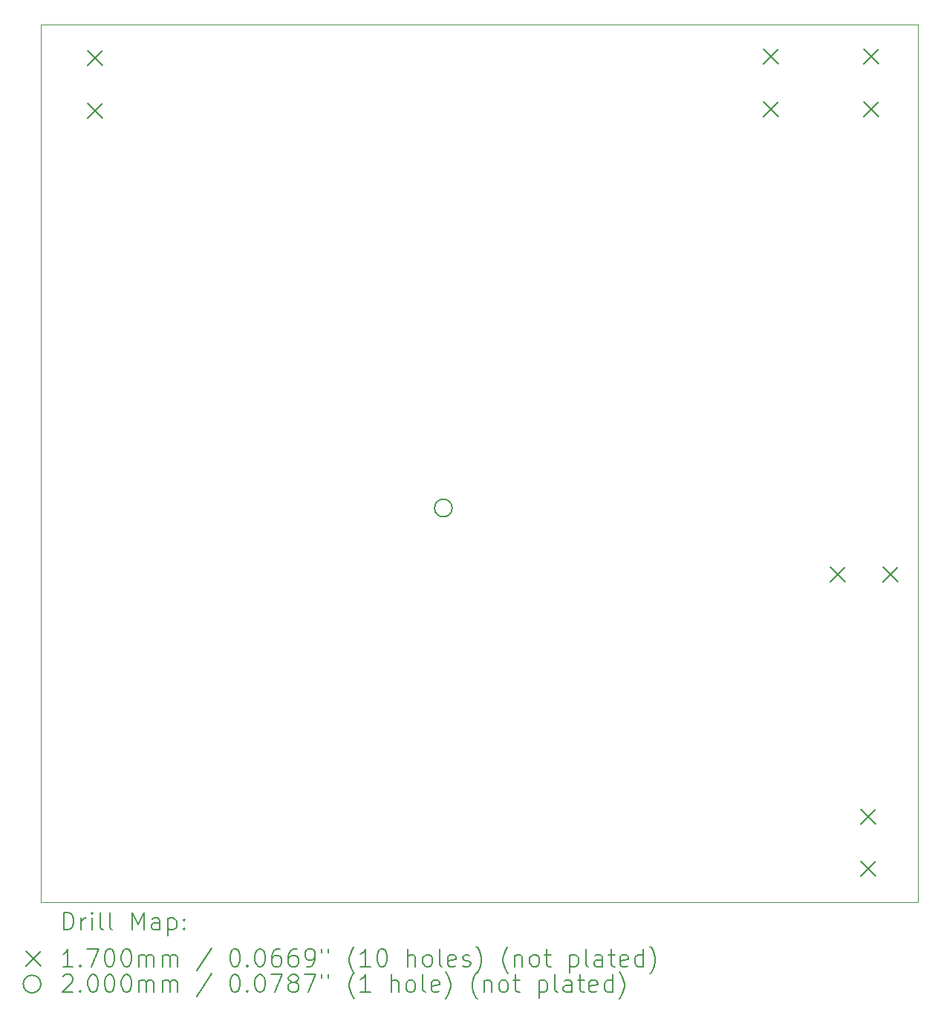
<source format=gbr>
%TF.GenerationSoftware,KiCad,Pcbnew,8.0.4+dfsg-1*%
%TF.CreationDate,2025-02-20T19:37:02-08:00*%
%TF.ProjectId,Audio_in_usd_sound_rp_pico,41756469-6f5f-4696-9e5f-7573645f736f,v0.3.0*%
%TF.SameCoordinates,Original*%
%TF.FileFunction,Drillmap*%
%TF.FilePolarity,Positive*%
%FSLAX45Y45*%
G04 Gerber Fmt 4.5, Leading zero omitted, Abs format (unit mm)*
G04 Created by KiCad (PCBNEW 8.0.4+dfsg-1) date 2025-02-20 19:37:02*
%MOMM*%
%LPD*%
G01*
G04 APERTURE LIST*
%ADD10C,0.050000*%
%ADD11C,0.200000*%
%ADD12C,0.170000*%
G04 APERTURE END LIST*
D10*
X8775000Y-4759500D02*
X18775000Y-4759500D01*
X18775000Y-14759500D01*
X8775000Y-14759500D01*
X8775000Y-4759500D01*
D11*
D12*
X9305000Y-5059500D02*
X9475000Y-5229500D01*
X9475000Y-5059500D02*
X9305000Y-5229500D01*
X9305000Y-5659500D02*
X9475000Y-5829500D01*
X9475000Y-5659500D02*
X9305000Y-5829500D01*
X17011000Y-5042500D02*
X17181000Y-5212500D01*
X17181000Y-5042500D02*
X17011000Y-5212500D01*
X17011000Y-5642500D02*
X17181000Y-5812500D01*
X17181000Y-5642500D02*
X17011000Y-5812500D01*
X17774000Y-10939500D02*
X17944000Y-11109500D01*
X17944000Y-10939500D02*
X17774000Y-11109500D01*
X18123000Y-13696500D02*
X18293000Y-13866500D01*
X18293000Y-13696500D02*
X18123000Y-13866500D01*
X18123000Y-14296500D02*
X18293000Y-14466500D01*
X18293000Y-14296500D02*
X18123000Y-14466500D01*
X18155000Y-5042500D02*
X18325000Y-5212500D01*
X18325000Y-5042500D02*
X18155000Y-5212500D01*
X18155000Y-5642500D02*
X18325000Y-5812500D01*
X18325000Y-5642500D02*
X18155000Y-5812500D01*
X18374000Y-10939500D02*
X18544000Y-11109500D01*
X18544000Y-10939500D02*
X18374000Y-11109500D01*
D11*
X13461000Y-10268500D02*
G75*
G02*
X13261000Y-10268500I-100000J0D01*
G01*
X13261000Y-10268500D02*
G75*
G02*
X13461000Y-10268500I100000J0D01*
G01*
X9033277Y-15073484D02*
X9033277Y-14873484D01*
X9033277Y-14873484D02*
X9080896Y-14873484D01*
X9080896Y-14873484D02*
X9109467Y-14883008D01*
X9109467Y-14883008D02*
X9128515Y-14902055D01*
X9128515Y-14902055D02*
X9138039Y-14921103D01*
X9138039Y-14921103D02*
X9147563Y-14959198D01*
X9147563Y-14959198D02*
X9147563Y-14987769D01*
X9147563Y-14987769D02*
X9138039Y-15025865D01*
X9138039Y-15025865D02*
X9128515Y-15044912D01*
X9128515Y-15044912D02*
X9109467Y-15063960D01*
X9109467Y-15063960D02*
X9080896Y-15073484D01*
X9080896Y-15073484D02*
X9033277Y-15073484D01*
X9233277Y-15073484D02*
X9233277Y-14940150D01*
X9233277Y-14978246D02*
X9242801Y-14959198D01*
X9242801Y-14959198D02*
X9252324Y-14949674D01*
X9252324Y-14949674D02*
X9271372Y-14940150D01*
X9271372Y-14940150D02*
X9290420Y-14940150D01*
X9357086Y-15073484D02*
X9357086Y-14940150D01*
X9357086Y-14873484D02*
X9347563Y-14883008D01*
X9347563Y-14883008D02*
X9357086Y-14892531D01*
X9357086Y-14892531D02*
X9366610Y-14883008D01*
X9366610Y-14883008D02*
X9357086Y-14873484D01*
X9357086Y-14873484D02*
X9357086Y-14892531D01*
X9480896Y-15073484D02*
X9461848Y-15063960D01*
X9461848Y-15063960D02*
X9452324Y-15044912D01*
X9452324Y-15044912D02*
X9452324Y-14873484D01*
X9585658Y-15073484D02*
X9566610Y-15063960D01*
X9566610Y-15063960D02*
X9557086Y-15044912D01*
X9557086Y-15044912D02*
X9557086Y-14873484D01*
X9814229Y-15073484D02*
X9814229Y-14873484D01*
X9814229Y-14873484D02*
X9880896Y-15016341D01*
X9880896Y-15016341D02*
X9947563Y-14873484D01*
X9947563Y-14873484D02*
X9947563Y-15073484D01*
X10128515Y-15073484D02*
X10128515Y-14968722D01*
X10128515Y-14968722D02*
X10118991Y-14949674D01*
X10118991Y-14949674D02*
X10099944Y-14940150D01*
X10099944Y-14940150D02*
X10061848Y-14940150D01*
X10061848Y-14940150D02*
X10042801Y-14949674D01*
X10128515Y-15063960D02*
X10109467Y-15073484D01*
X10109467Y-15073484D02*
X10061848Y-15073484D01*
X10061848Y-15073484D02*
X10042801Y-15063960D01*
X10042801Y-15063960D02*
X10033277Y-15044912D01*
X10033277Y-15044912D02*
X10033277Y-15025865D01*
X10033277Y-15025865D02*
X10042801Y-15006817D01*
X10042801Y-15006817D02*
X10061848Y-14997293D01*
X10061848Y-14997293D02*
X10109467Y-14997293D01*
X10109467Y-14997293D02*
X10128515Y-14987769D01*
X10223753Y-14940150D02*
X10223753Y-15140150D01*
X10223753Y-14949674D02*
X10242801Y-14940150D01*
X10242801Y-14940150D02*
X10280896Y-14940150D01*
X10280896Y-14940150D02*
X10299944Y-14949674D01*
X10299944Y-14949674D02*
X10309467Y-14959198D01*
X10309467Y-14959198D02*
X10318991Y-14978246D01*
X10318991Y-14978246D02*
X10318991Y-15035388D01*
X10318991Y-15035388D02*
X10309467Y-15054436D01*
X10309467Y-15054436D02*
X10299944Y-15063960D01*
X10299944Y-15063960D02*
X10280896Y-15073484D01*
X10280896Y-15073484D02*
X10242801Y-15073484D01*
X10242801Y-15073484D02*
X10223753Y-15063960D01*
X10404705Y-15054436D02*
X10414229Y-15063960D01*
X10414229Y-15063960D02*
X10404705Y-15073484D01*
X10404705Y-15073484D02*
X10395182Y-15063960D01*
X10395182Y-15063960D02*
X10404705Y-15054436D01*
X10404705Y-15054436D02*
X10404705Y-15073484D01*
X10404705Y-14949674D02*
X10414229Y-14959198D01*
X10414229Y-14959198D02*
X10404705Y-14968722D01*
X10404705Y-14968722D02*
X10395182Y-14959198D01*
X10395182Y-14959198D02*
X10404705Y-14949674D01*
X10404705Y-14949674D02*
X10404705Y-14968722D01*
D12*
X8602500Y-15317000D02*
X8772500Y-15487000D01*
X8772500Y-15317000D02*
X8602500Y-15487000D01*
D11*
X9138039Y-15493484D02*
X9023753Y-15493484D01*
X9080896Y-15493484D02*
X9080896Y-15293484D01*
X9080896Y-15293484D02*
X9061848Y-15322055D01*
X9061848Y-15322055D02*
X9042801Y-15341103D01*
X9042801Y-15341103D02*
X9023753Y-15350627D01*
X9223753Y-15474436D02*
X9233277Y-15483960D01*
X9233277Y-15483960D02*
X9223753Y-15493484D01*
X9223753Y-15493484D02*
X9214229Y-15483960D01*
X9214229Y-15483960D02*
X9223753Y-15474436D01*
X9223753Y-15474436D02*
X9223753Y-15493484D01*
X9299944Y-15293484D02*
X9433277Y-15293484D01*
X9433277Y-15293484D02*
X9347563Y-15493484D01*
X9547563Y-15293484D02*
X9566610Y-15293484D01*
X9566610Y-15293484D02*
X9585658Y-15303008D01*
X9585658Y-15303008D02*
X9595182Y-15312531D01*
X9595182Y-15312531D02*
X9604705Y-15331579D01*
X9604705Y-15331579D02*
X9614229Y-15369674D01*
X9614229Y-15369674D02*
X9614229Y-15417293D01*
X9614229Y-15417293D02*
X9604705Y-15455388D01*
X9604705Y-15455388D02*
X9595182Y-15474436D01*
X9595182Y-15474436D02*
X9585658Y-15483960D01*
X9585658Y-15483960D02*
X9566610Y-15493484D01*
X9566610Y-15493484D02*
X9547563Y-15493484D01*
X9547563Y-15493484D02*
X9528515Y-15483960D01*
X9528515Y-15483960D02*
X9518991Y-15474436D01*
X9518991Y-15474436D02*
X9509467Y-15455388D01*
X9509467Y-15455388D02*
X9499944Y-15417293D01*
X9499944Y-15417293D02*
X9499944Y-15369674D01*
X9499944Y-15369674D02*
X9509467Y-15331579D01*
X9509467Y-15331579D02*
X9518991Y-15312531D01*
X9518991Y-15312531D02*
X9528515Y-15303008D01*
X9528515Y-15303008D02*
X9547563Y-15293484D01*
X9738039Y-15293484D02*
X9757086Y-15293484D01*
X9757086Y-15293484D02*
X9776134Y-15303008D01*
X9776134Y-15303008D02*
X9785658Y-15312531D01*
X9785658Y-15312531D02*
X9795182Y-15331579D01*
X9795182Y-15331579D02*
X9804705Y-15369674D01*
X9804705Y-15369674D02*
X9804705Y-15417293D01*
X9804705Y-15417293D02*
X9795182Y-15455388D01*
X9795182Y-15455388D02*
X9785658Y-15474436D01*
X9785658Y-15474436D02*
X9776134Y-15483960D01*
X9776134Y-15483960D02*
X9757086Y-15493484D01*
X9757086Y-15493484D02*
X9738039Y-15493484D01*
X9738039Y-15493484D02*
X9718991Y-15483960D01*
X9718991Y-15483960D02*
X9709467Y-15474436D01*
X9709467Y-15474436D02*
X9699944Y-15455388D01*
X9699944Y-15455388D02*
X9690420Y-15417293D01*
X9690420Y-15417293D02*
X9690420Y-15369674D01*
X9690420Y-15369674D02*
X9699944Y-15331579D01*
X9699944Y-15331579D02*
X9709467Y-15312531D01*
X9709467Y-15312531D02*
X9718991Y-15303008D01*
X9718991Y-15303008D02*
X9738039Y-15293484D01*
X9890420Y-15493484D02*
X9890420Y-15360150D01*
X9890420Y-15379198D02*
X9899944Y-15369674D01*
X9899944Y-15369674D02*
X9918991Y-15360150D01*
X9918991Y-15360150D02*
X9947563Y-15360150D01*
X9947563Y-15360150D02*
X9966610Y-15369674D01*
X9966610Y-15369674D02*
X9976134Y-15388722D01*
X9976134Y-15388722D02*
X9976134Y-15493484D01*
X9976134Y-15388722D02*
X9985658Y-15369674D01*
X9985658Y-15369674D02*
X10004705Y-15360150D01*
X10004705Y-15360150D02*
X10033277Y-15360150D01*
X10033277Y-15360150D02*
X10052325Y-15369674D01*
X10052325Y-15369674D02*
X10061848Y-15388722D01*
X10061848Y-15388722D02*
X10061848Y-15493484D01*
X10157086Y-15493484D02*
X10157086Y-15360150D01*
X10157086Y-15379198D02*
X10166610Y-15369674D01*
X10166610Y-15369674D02*
X10185658Y-15360150D01*
X10185658Y-15360150D02*
X10214229Y-15360150D01*
X10214229Y-15360150D02*
X10233277Y-15369674D01*
X10233277Y-15369674D02*
X10242801Y-15388722D01*
X10242801Y-15388722D02*
X10242801Y-15493484D01*
X10242801Y-15388722D02*
X10252325Y-15369674D01*
X10252325Y-15369674D02*
X10271372Y-15360150D01*
X10271372Y-15360150D02*
X10299944Y-15360150D01*
X10299944Y-15360150D02*
X10318991Y-15369674D01*
X10318991Y-15369674D02*
X10328515Y-15388722D01*
X10328515Y-15388722D02*
X10328515Y-15493484D01*
X10718991Y-15283960D02*
X10547563Y-15541103D01*
X10976134Y-15293484D02*
X10995182Y-15293484D01*
X10995182Y-15293484D02*
X11014229Y-15303008D01*
X11014229Y-15303008D02*
X11023753Y-15312531D01*
X11023753Y-15312531D02*
X11033277Y-15331579D01*
X11033277Y-15331579D02*
X11042801Y-15369674D01*
X11042801Y-15369674D02*
X11042801Y-15417293D01*
X11042801Y-15417293D02*
X11033277Y-15455388D01*
X11033277Y-15455388D02*
X11023753Y-15474436D01*
X11023753Y-15474436D02*
X11014229Y-15483960D01*
X11014229Y-15483960D02*
X10995182Y-15493484D01*
X10995182Y-15493484D02*
X10976134Y-15493484D01*
X10976134Y-15493484D02*
X10957087Y-15483960D01*
X10957087Y-15483960D02*
X10947563Y-15474436D01*
X10947563Y-15474436D02*
X10938039Y-15455388D01*
X10938039Y-15455388D02*
X10928515Y-15417293D01*
X10928515Y-15417293D02*
X10928515Y-15369674D01*
X10928515Y-15369674D02*
X10938039Y-15331579D01*
X10938039Y-15331579D02*
X10947563Y-15312531D01*
X10947563Y-15312531D02*
X10957087Y-15303008D01*
X10957087Y-15303008D02*
X10976134Y-15293484D01*
X11128515Y-15474436D02*
X11138039Y-15483960D01*
X11138039Y-15483960D02*
X11128515Y-15493484D01*
X11128515Y-15493484D02*
X11118991Y-15483960D01*
X11118991Y-15483960D02*
X11128515Y-15474436D01*
X11128515Y-15474436D02*
X11128515Y-15493484D01*
X11261848Y-15293484D02*
X11280896Y-15293484D01*
X11280896Y-15293484D02*
X11299944Y-15303008D01*
X11299944Y-15303008D02*
X11309467Y-15312531D01*
X11309467Y-15312531D02*
X11318991Y-15331579D01*
X11318991Y-15331579D02*
X11328515Y-15369674D01*
X11328515Y-15369674D02*
X11328515Y-15417293D01*
X11328515Y-15417293D02*
X11318991Y-15455388D01*
X11318991Y-15455388D02*
X11309467Y-15474436D01*
X11309467Y-15474436D02*
X11299944Y-15483960D01*
X11299944Y-15483960D02*
X11280896Y-15493484D01*
X11280896Y-15493484D02*
X11261848Y-15493484D01*
X11261848Y-15493484D02*
X11242801Y-15483960D01*
X11242801Y-15483960D02*
X11233277Y-15474436D01*
X11233277Y-15474436D02*
X11223753Y-15455388D01*
X11223753Y-15455388D02*
X11214229Y-15417293D01*
X11214229Y-15417293D02*
X11214229Y-15369674D01*
X11214229Y-15369674D02*
X11223753Y-15331579D01*
X11223753Y-15331579D02*
X11233277Y-15312531D01*
X11233277Y-15312531D02*
X11242801Y-15303008D01*
X11242801Y-15303008D02*
X11261848Y-15293484D01*
X11499944Y-15293484D02*
X11461848Y-15293484D01*
X11461848Y-15293484D02*
X11442801Y-15303008D01*
X11442801Y-15303008D02*
X11433277Y-15312531D01*
X11433277Y-15312531D02*
X11414229Y-15341103D01*
X11414229Y-15341103D02*
X11404706Y-15379198D01*
X11404706Y-15379198D02*
X11404706Y-15455388D01*
X11404706Y-15455388D02*
X11414229Y-15474436D01*
X11414229Y-15474436D02*
X11423753Y-15483960D01*
X11423753Y-15483960D02*
X11442801Y-15493484D01*
X11442801Y-15493484D02*
X11480896Y-15493484D01*
X11480896Y-15493484D02*
X11499944Y-15483960D01*
X11499944Y-15483960D02*
X11509467Y-15474436D01*
X11509467Y-15474436D02*
X11518991Y-15455388D01*
X11518991Y-15455388D02*
X11518991Y-15407769D01*
X11518991Y-15407769D02*
X11509467Y-15388722D01*
X11509467Y-15388722D02*
X11499944Y-15379198D01*
X11499944Y-15379198D02*
X11480896Y-15369674D01*
X11480896Y-15369674D02*
X11442801Y-15369674D01*
X11442801Y-15369674D02*
X11423753Y-15379198D01*
X11423753Y-15379198D02*
X11414229Y-15388722D01*
X11414229Y-15388722D02*
X11404706Y-15407769D01*
X11690420Y-15293484D02*
X11652325Y-15293484D01*
X11652325Y-15293484D02*
X11633277Y-15303008D01*
X11633277Y-15303008D02*
X11623753Y-15312531D01*
X11623753Y-15312531D02*
X11604706Y-15341103D01*
X11604706Y-15341103D02*
X11595182Y-15379198D01*
X11595182Y-15379198D02*
X11595182Y-15455388D01*
X11595182Y-15455388D02*
X11604706Y-15474436D01*
X11604706Y-15474436D02*
X11614229Y-15483960D01*
X11614229Y-15483960D02*
X11633277Y-15493484D01*
X11633277Y-15493484D02*
X11671372Y-15493484D01*
X11671372Y-15493484D02*
X11690420Y-15483960D01*
X11690420Y-15483960D02*
X11699944Y-15474436D01*
X11699944Y-15474436D02*
X11709467Y-15455388D01*
X11709467Y-15455388D02*
X11709467Y-15407769D01*
X11709467Y-15407769D02*
X11699944Y-15388722D01*
X11699944Y-15388722D02*
X11690420Y-15379198D01*
X11690420Y-15379198D02*
X11671372Y-15369674D01*
X11671372Y-15369674D02*
X11633277Y-15369674D01*
X11633277Y-15369674D02*
X11614229Y-15379198D01*
X11614229Y-15379198D02*
X11604706Y-15388722D01*
X11604706Y-15388722D02*
X11595182Y-15407769D01*
X11804706Y-15493484D02*
X11842801Y-15493484D01*
X11842801Y-15493484D02*
X11861848Y-15483960D01*
X11861848Y-15483960D02*
X11871372Y-15474436D01*
X11871372Y-15474436D02*
X11890420Y-15445865D01*
X11890420Y-15445865D02*
X11899944Y-15407769D01*
X11899944Y-15407769D02*
X11899944Y-15331579D01*
X11899944Y-15331579D02*
X11890420Y-15312531D01*
X11890420Y-15312531D02*
X11880896Y-15303008D01*
X11880896Y-15303008D02*
X11861848Y-15293484D01*
X11861848Y-15293484D02*
X11823753Y-15293484D01*
X11823753Y-15293484D02*
X11804706Y-15303008D01*
X11804706Y-15303008D02*
X11795182Y-15312531D01*
X11795182Y-15312531D02*
X11785658Y-15331579D01*
X11785658Y-15331579D02*
X11785658Y-15379198D01*
X11785658Y-15379198D02*
X11795182Y-15398246D01*
X11795182Y-15398246D02*
X11804706Y-15407769D01*
X11804706Y-15407769D02*
X11823753Y-15417293D01*
X11823753Y-15417293D02*
X11861848Y-15417293D01*
X11861848Y-15417293D02*
X11880896Y-15407769D01*
X11880896Y-15407769D02*
X11890420Y-15398246D01*
X11890420Y-15398246D02*
X11899944Y-15379198D01*
X11976134Y-15293484D02*
X11976134Y-15331579D01*
X12052325Y-15293484D02*
X12052325Y-15331579D01*
X12347563Y-15569674D02*
X12338039Y-15560150D01*
X12338039Y-15560150D02*
X12318991Y-15531579D01*
X12318991Y-15531579D02*
X12309468Y-15512531D01*
X12309468Y-15512531D02*
X12299944Y-15483960D01*
X12299944Y-15483960D02*
X12290420Y-15436341D01*
X12290420Y-15436341D02*
X12290420Y-15398246D01*
X12290420Y-15398246D02*
X12299944Y-15350627D01*
X12299944Y-15350627D02*
X12309468Y-15322055D01*
X12309468Y-15322055D02*
X12318991Y-15303008D01*
X12318991Y-15303008D02*
X12338039Y-15274436D01*
X12338039Y-15274436D02*
X12347563Y-15264912D01*
X12528515Y-15493484D02*
X12414229Y-15493484D01*
X12471372Y-15493484D02*
X12471372Y-15293484D01*
X12471372Y-15293484D02*
X12452325Y-15322055D01*
X12452325Y-15322055D02*
X12433277Y-15341103D01*
X12433277Y-15341103D02*
X12414229Y-15350627D01*
X12652325Y-15293484D02*
X12671372Y-15293484D01*
X12671372Y-15293484D02*
X12690420Y-15303008D01*
X12690420Y-15303008D02*
X12699944Y-15312531D01*
X12699944Y-15312531D02*
X12709468Y-15331579D01*
X12709468Y-15331579D02*
X12718991Y-15369674D01*
X12718991Y-15369674D02*
X12718991Y-15417293D01*
X12718991Y-15417293D02*
X12709468Y-15455388D01*
X12709468Y-15455388D02*
X12699944Y-15474436D01*
X12699944Y-15474436D02*
X12690420Y-15483960D01*
X12690420Y-15483960D02*
X12671372Y-15493484D01*
X12671372Y-15493484D02*
X12652325Y-15493484D01*
X12652325Y-15493484D02*
X12633277Y-15483960D01*
X12633277Y-15483960D02*
X12623753Y-15474436D01*
X12623753Y-15474436D02*
X12614229Y-15455388D01*
X12614229Y-15455388D02*
X12604706Y-15417293D01*
X12604706Y-15417293D02*
X12604706Y-15369674D01*
X12604706Y-15369674D02*
X12614229Y-15331579D01*
X12614229Y-15331579D02*
X12623753Y-15312531D01*
X12623753Y-15312531D02*
X12633277Y-15303008D01*
X12633277Y-15303008D02*
X12652325Y-15293484D01*
X12957087Y-15493484D02*
X12957087Y-15293484D01*
X13042801Y-15493484D02*
X13042801Y-15388722D01*
X13042801Y-15388722D02*
X13033277Y-15369674D01*
X13033277Y-15369674D02*
X13014230Y-15360150D01*
X13014230Y-15360150D02*
X12985658Y-15360150D01*
X12985658Y-15360150D02*
X12966610Y-15369674D01*
X12966610Y-15369674D02*
X12957087Y-15379198D01*
X13166610Y-15493484D02*
X13147563Y-15483960D01*
X13147563Y-15483960D02*
X13138039Y-15474436D01*
X13138039Y-15474436D02*
X13128515Y-15455388D01*
X13128515Y-15455388D02*
X13128515Y-15398246D01*
X13128515Y-15398246D02*
X13138039Y-15379198D01*
X13138039Y-15379198D02*
X13147563Y-15369674D01*
X13147563Y-15369674D02*
X13166610Y-15360150D01*
X13166610Y-15360150D02*
X13195182Y-15360150D01*
X13195182Y-15360150D02*
X13214230Y-15369674D01*
X13214230Y-15369674D02*
X13223753Y-15379198D01*
X13223753Y-15379198D02*
X13233277Y-15398246D01*
X13233277Y-15398246D02*
X13233277Y-15455388D01*
X13233277Y-15455388D02*
X13223753Y-15474436D01*
X13223753Y-15474436D02*
X13214230Y-15483960D01*
X13214230Y-15483960D02*
X13195182Y-15493484D01*
X13195182Y-15493484D02*
X13166610Y-15493484D01*
X13347563Y-15493484D02*
X13328515Y-15483960D01*
X13328515Y-15483960D02*
X13318991Y-15464912D01*
X13318991Y-15464912D02*
X13318991Y-15293484D01*
X13499944Y-15483960D02*
X13480896Y-15493484D01*
X13480896Y-15493484D02*
X13442801Y-15493484D01*
X13442801Y-15493484D02*
X13423753Y-15483960D01*
X13423753Y-15483960D02*
X13414230Y-15464912D01*
X13414230Y-15464912D02*
X13414230Y-15388722D01*
X13414230Y-15388722D02*
X13423753Y-15369674D01*
X13423753Y-15369674D02*
X13442801Y-15360150D01*
X13442801Y-15360150D02*
X13480896Y-15360150D01*
X13480896Y-15360150D02*
X13499944Y-15369674D01*
X13499944Y-15369674D02*
X13509468Y-15388722D01*
X13509468Y-15388722D02*
X13509468Y-15407769D01*
X13509468Y-15407769D02*
X13414230Y-15426817D01*
X13585658Y-15483960D02*
X13604706Y-15493484D01*
X13604706Y-15493484D02*
X13642801Y-15493484D01*
X13642801Y-15493484D02*
X13661849Y-15483960D01*
X13661849Y-15483960D02*
X13671372Y-15464912D01*
X13671372Y-15464912D02*
X13671372Y-15455388D01*
X13671372Y-15455388D02*
X13661849Y-15436341D01*
X13661849Y-15436341D02*
X13642801Y-15426817D01*
X13642801Y-15426817D02*
X13614230Y-15426817D01*
X13614230Y-15426817D02*
X13595182Y-15417293D01*
X13595182Y-15417293D02*
X13585658Y-15398246D01*
X13585658Y-15398246D02*
X13585658Y-15388722D01*
X13585658Y-15388722D02*
X13595182Y-15369674D01*
X13595182Y-15369674D02*
X13614230Y-15360150D01*
X13614230Y-15360150D02*
X13642801Y-15360150D01*
X13642801Y-15360150D02*
X13661849Y-15369674D01*
X13738039Y-15569674D02*
X13747563Y-15560150D01*
X13747563Y-15560150D02*
X13766611Y-15531579D01*
X13766611Y-15531579D02*
X13776134Y-15512531D01*
X13776134Y-15512531D02*
X13785658Y-15483960D01*
X13785658Y-15483960D02*
X13795182Y-15436341D01*
X13795182Y-15436341D02*
X13795182Y-15398246D01*
X13795182Y-15398246D02*
X13785658Y-15350627D01*
X13785658Y-15350627D02*
X13776134Y-15322055D01*
X13776134Y-15322055D02*
X13766611Y-15303008D01*
X13766611Y-15303008D02*
X13747563Y-15274436D01*
X13747563Y-15274436D02*
X13738039Y-15264912D01*
X14099944Y-15569674D02*
X14090420Y-15560150D01*
X14090420Y-15560150D02*
X14071372Y-15531579D01*
X14071372Y-15531579D02*
X14061849Y-15512531D01*
X14061849Y-15512531D02*
X14052325Y-15483960D01*
X14052325Y-15483960D02*
X14042801Y-15436341D01*
X14042801Y-15436341D02*
X14042801Y-15398246D01*
X14042801Y-15398246D02*
X14052325Y-15350627D01*
X14052325Y-15350627D02*
X14061849Y-15322055D01*
X14061849Y-15322055D02*
X14071372Y-15303008D01*
X14071372Y-15303008D02*
X14090420Y-15274436D01*
X14090420Y-15274436D02*
X14099944Y-15264912D01*
X14176134Y-15360150D02*
X14176134Y-15493484D01*
X14176134Y-15379198D02*
X14185658Y-15369674D01*
X14185658Y-15369674D02*
X14204706Y-15360150D01*
X14204706Y-15360150D02*
X14233277Y-15360150D01*
X14233277Y-15360150D02*
X14252325Y-15369674D01*
X14252325Y-15369674D02*
X14261849Y-15388722D01*
X14261849Y-15388722D02*
X14261849Y-15493484D01*
X14385658Y-15493484D02*
X14366611Y-15483960D01*
X14366611Y-15483960D02*
X14357087Y-15474436D01*
X14357087Y-15474436D02*
X14347563Y-15455388D01*
X14347563Y-15455388D02*
X14347563Y-15398246D01*
X14347563Y-15398246D02*
X14357087Y-15379198D01*
X14357087Y-15379198D02*
X14366611Y-15369674D01*
X14366611Y-15369674D02*
X14385658Y-15360150D01*
X14385658Y-15360150D02*
X14414230Y-15360150D01*
X14414230Y-15360150D02*
X14433277Y-15369674D01*
X14433277Y-15369674D02*
X14442801Y-15379198D01*
X14442801Y-15379198D02*
X14452325Y-15398246D01*
X14452325Y-15398246D02*
X14452325Y-15455388D01*
X14452325Y-15455388D02*
X14442801Y-15474436D01*
X14442801Y-15474436D02*
X14433277Y-15483960D01*
X14433277Y-15483960D02*
X14414230Y-15493484D01*
X14414230Y-15493484D02*
X14385658Y-15493484D01*
X14509468Y-15360150D02*
X14585658Y-15360150D01*
X14538039Y-15293484D02*
X14538039Y-15464912D01*
X14538039Y-15464912D02*
X14547563Y-15483960D01*
X14547563Y-15483960D02*
X14566611Y-15493484D01*
X14566611Y-15493484D02*
X14585658Y-15493484D01*
X14804706Y-15360150D02*
X14804706Y-15560150D01*
X14804706Y-15369674D02*
X14823753Y-15360150D01*
X14823753Y-15360150D02*
X14861849Y-15360150D01*
X14861849Y-15360150D02*
X14880896Y-15369674D01*
X14880896Y-15369674D02*
X14890420Y-15379198D01*
X14890420Y-15379198D02*
X14899944Y-15398246D01*
X14899944Y-15398246D02*
X14899944Y-15455388D01*
X14899944Y-15455388D02*
X14890420Y-15474436D01*
X14890420Y-15474436D02*
X14880896Y-15483960D01*
X14880896Y-15483960D02*
X14861849Y-15493484D01*
X14861849Y-15493484D02*
X14823753Y-15493484D01*
X14823753Y-15493484D02*
X14804706Y-15483960D01*
X15014230Y-15493484D02*
X14995182Y-15483960D01*
X14995182Y-15483960D02*
X14985658Y-15464912D01*
X14985658Y-15464912D02*
X14985658Y-15293484D01*
X15176134Y-15493484D02*
X15176134Y-15388722D01*
X15176134Y-15388722D02*
X15166611Y-15369674D01*
X15166611Y-15369674D02*
X15147563Y-15360150D01*
X15147563Y-15360150D02*
X15109468Y-15360150D01*
X15109468Y-15360150D02*
X15090420Y-15369674D01*
X15176134Y-15483960D02*
X15157087Y-15493484D01*
X15157087Y-15493484D02*
X15109468Y-15493484D01*
X15109468Y-15493484D02*
X15090420Y-15483960D01*
X15090420Y-15483960D02*
X15080896Y-15464912D01*
X15080896Y-15464912D02*
X15080896Y-15445865D01*
X15080896Y-15445865D02*
X15090420Y-15426817D01*
X15090420Y-15426817D02*
X15109468Y-15417293D01*
X15109468Y-15417293D02*
X15157087Y-15417293D01*
X15157087Y-15417293D02*
X15176134Y-15407769D01*
X15242801Y-15360150D02*
X15318992Y-15360150D01*
X15271373Y-15293484D02*
X15271373Y-15464912D01*
X15271373Y-15464912D02*
X15280896Y-15483960D01*
X15280896Y-15483960D02*
X15299944Y-15493484D01*
X15299944Y-15493484D02*
X15318992Y-15493484D01*
X15461849Y-15483960D02*
X15442801Y-15493484D01*
X15442801Y-15493484D02*
X15404706Y-15493484D01*
X15404706Y-15493484D02*
X15385658Y-15483960D01*
X15385658Y-15483960D02*
X15376134Y-15464912D01*
X15376134Y-15464912D02*
X15376134Y-15388722D01*
X15376134Y-15388722D02*
X15385658Y-15369674D01*
X15385658Y-15369674D02*
X15404706Y-15360150D01*
X15404706Y-15360150D02*
X15442801Y-15360150D01*
X15442801Y-15360150D02*
X15461849Y-15369674D01*
X15461849Y-15369674D02*
X15471373Y-15388722D01*
X15471373Y-15388722D02*
X15471373Y-15407769D01*
X15471373Y-15407769D02*
X15376134Y-15426817D01*
X15642801Y-15493484D02*
X15642801Y-15293484D01*
X15642801Y-15483960D02*
X15623754Y-15493484D01*
X15623754Y-15493484D02*
X15585658Y-15493484D01*
X15585658Y-15493484D02*
X15566611Y-15483960D01*
X15566611Y-15483960D02*
X15557087Y-15474436D01*
X15557087Y-15474436D02*
X15547563Y-15455388D01*
X15547563Y-15455388D02*
X15547563Y-15398246D01*
X15547563Y-15398246D02*
X15557087Y-15379198D01*
X15557087Y-15379198D02*
X15566611Y-15369674D01*
X15566611Y-15369674D02*
X15585658Y-15360150D01*
X15585658Y-15360150D02*
X15623754Y-15360150D01*
X15623754Y-15360150D02*
X15642801Y-15369674D01*
X15718992Y-15569674D02*
X15728515Y-15560150D01*
X15728515Y-15560150D02*
X15747563Y-15531579D01*
X15747563Y-15531579D02*
X15757087Y-15512531D01*
X15757087Y-15512531D02*
X15766611Y-15483960D01*
X15766611Y-15483960D02*
X15776134Y-15436341D01*
X15776134Y-15436341D02*
X15776134Y-15398246D01*
X15776134Y-15398246D02*
X15766611Y-15350627D01*
X15766611Y-15350627D02*
X15757087Y-15322055D01*
X15757087Y-15322055D02*
X15747563Y-15303008D01*
X15747563Y-15303008D02*
X15728515Y-15274436D01*
X15728515Y-15274436D02*
X15718992Y-15264912D01*
X8772500Y-15692000D02*
G75*
G02*
X8572500Y-15692000I-100000J0D01*
G01*
X8572500Y-15692000D02*
G75*
G02*
X8772500Y-15692000I100000J0D01*
G01*
X9023753Y-15602531D02*
X9033277Y-15593008D01*
X9033277Y-15593008D02*
X9052324Y-15583484D01*
X9052324Y-15583484D02*
X9099944Y-15583484D01*
X9099944Y-15583484D02*
X9118991Y-15593008D01*
X9118991Y-15593008D02*
X9128515Y-15602531D01*
X9128515Y-15602531D02*
X9138039Y-15621579D01*
X9138039Y-15621579D02*
X9138039Y-15640627D01*
X9138039Y-15640627D02*
X9128515Y-15669198D01*
X9128515Y-15669198D02*
X9014229Y-15783484D01*
X9014229Y-15783484D02*
X9138039Y-15783484D01*
X9223753Y-15764436D02*
X9233277Y-15773960D01*
X9233277Y-15773960D02*
X9223753Y-15783484D01*
X9223753Y-15783484D02*
X9214229Y-15773960D01*
X9214229Y-15773960D02*
X9223753Y-15764436D01*
X9223753Y-15764436D02*
X9223753Y-15783484D01*
X9357086Y-15583484D02*
X9376134Y-15583484D01*
X9376134Y-15583484D02*
X9395182Y-15593008D01*
X9395182Y-15593008D02*
X9404705Y-15602531D01*
X9404705Y-15602531D02*
X9414229Y-15621579D01*
X9414229Y-15621579D02*
X9423753Y-15659674D01*
X9423753Y-15659674D02*
X9423753Y-15707293D01*
X9423753Y-15707293D02*
X9414229Y-15745388D01*
X9414229Y-15745388D02*
X9404705Y-15764436D01*
X9404705Y-15764436D02*
X9395182Y-15773960D01*
X9395182Y-15773960D02*
X9376134Y-15783484D01*
X9376134Y-15783484D02*
X9357086Y-15783484D01*
X9357086Y-15783484D02*
X9338039Y-15773960D01*
X9338039Y-15773960D02*
X9328515Y-15764436D01*
X9328515Y-15764436D02*
X9318991Y-15745388D01*
X9318991Y-15745388D02*
X9309467Y-15707293D01*
X9309467Y-15707293D02*
X9309467Y-15659674D01*
X9309467Y-15659674D02*
X9318991Y-15621579D01*
X9318991Y-15621579D02*
X9328515Y-15602531D01*
X9328515Y-15602531D02*
X9338039Y-15593008D01*
X9338039Y-15593008D02*
X9357086Y-15583484D01*
X9547563Y-15583484D02*
X9566610Y-15583484D01*
X9566610Y-15583484D02*
X9585658Y-15593008D01*
X9585658Y-15593008D02*
X9595182Y-15602531D01*
X9595182Y-15602531D02*
X9604705Y-15621579D01*
X9604705Y-15621579D02*
X9614229Y-15659674D01*
X9614229Y-15659674D02*
X9614229Y-15707293D01*
X9614229Y-15707293D02*
X9604705Y-15745388D01*
X9604705Y-15745388D02*
X9595182Y-15764436D01*
X9595182Y-15764436D02*
X9585658Y-15773960D01*
X9585658Y-15773960D02*
X9566610Y-15783484D01*
X9566610Y-15783484D02*
X9547563Y-15783484D01*
X9547563Y-15783484D02*
X9528515Y-15773960D01*
X9528515Y-15773960D02*
X9518991Y-15764436D01*
X9518991Y-15764436D02*
X9509467Y-15745388D01*
X9509467Y-15745388D02*
X9499944Y-15707293D01*
X9499944Y-15707293D02*
X9499944Y-15659674D01*
X9499944Y-15659674D02*
X9509467Y-15621579D01*
X9509467Y-15621579D02*
X9518991Y-15602531D01*
X9518991Y-15602531D02*
X9528515Y-15593008D01*
X9528515Y-15593008D02*
X9547563Y-15583484D01*
X9738039Y-15583484D02*
X9757086Y-15583484D01*
X9757086Y-15583484D02*
X9776134Y-15593008D01*
X9776134Y-15593008D02*
X9785658Y-15602531D01*
X9785658Y-15602531D02*
X9795182Y-15621579D01*
X9795182Y-15621579D02*
X9804705Y-15659674D01*
X9804705Y-15659674D02*
X9804705Y-15707293D01*
X9804705Y-15707293D02*
X9795182Y-15745388D01*
X9795182Y-15745388D02*
X9785658Y-15764436D01*
X9785658Y-15764436D02*
X9776134Y-15773960D01*
X9776134Y-15773960D02*
X9757086Y-15783484D01*
X9757086Y-15783484D02*
X9738039Y-15783484D01*
X9738039Y-15783484D02*
X9718991Y-15773960D01*
X9718991Y-15773960D02*
X9709467Y-15764436D01*
X9709467Y-15764436D02*
X9699944Y-15745388D01*
X9699944Y-15745388D02*
X9690420Y-15707293D01*
X9690420Y-15707293D02*
X9690420Y-15659674D01*
X9690420Y-15659674D02*
X9699944Y-15621579D01*
X9699944Y-15621579D02*
X9709467Y-15602531D01*
X9709467Y-15602531D02*
X9718991Y-15593008D01*
X9718991Y-15593008D02*
X9738039Y-15583484D01*
X9890420Y-15783484D02*
X9890420Y-15650150D01*
X9890420Y-15669198D02*
X9899944Y-15659674D01*
X9899944Y-15659674D02*
X9918991Y-15650150D01*
X9918991Y-15650150D02*
X9947563Y-15650150D01*
X9947563Y-15650150D02*
X9966610Y-15659674D01*
X9966610Y-15659674D02*
X9976134Y-15678722D01*
X9976134Y-15678722D02*
X9976134Y-15783484D01*
X9976134Y-15678722D02*
X9985658Y-15659674D01*
X9985658Y-15659674D02*
X10004705Y-15650150D01*
X10004705Y-15650150D02*
X10033277Y-15650150D01*
X10033277Y-15650150D02*
X10052325Y-15659674D01*
X10052325Y-15659674D02*
X10061848Y-15678722D01*
X10061848Y-15678722D02*
X10061848Y-15783484D01*
X10157086Y-15783484D02*
X10157086Y-15650150D01*
X10157086Y-15669198D02*
X10166610Y-15659674D01*
X10166610Y-15659674D02*
X10185658Y-15650150D01*
X10185658Y-15650150D02*
X10214229Y-15650150D01*
X10214229Y-15650150D02*
X10233277Y-15659674D01*
X10233277Y-15659674D02*
X10242801Y-15678722D01*
X10242801Y-15678722D02*
X10242801Y-15783484D01*
X10242801Y-15678722D02*
X10252325Y-15659674D01*
X10252325Y-15659674D02*
X10271372Y-15650150D01*
X10271372Y-15650150D02*
X10299944Y-15650150D01*
X10299944Y-15650150D02*
X10318991Y-15659674D01*
X10318991Y-15659674D02*
X10328515Y-15678722D01*
X10328515Y-15678722D02*
X10328515Y-15783484D01*
X10718991Y-15573960D02*
X10547563Y-15831103D01*
X10976134Y-15583484D02*
X10995182Y-15583484D01*
X10995182Y-15583484D02*
X11014229Y-15593008D01*
X11014229Y-15593008D02*
X11023753Y-15602531D01*
X11023753Y-15602531D02*
X11033277Y-15621579D01*
X11033277Y-15621579D02*
X11042801Y-15659674D01*
X11042801Y-15659674D02*
X11042801Y-15707293D01*
X11042801Y-15707293D02*
X11033277Y-15745388D01*
X11033277Y-15745388D02*
X11023753Y-15764436D01*
X11023753Y-15764436D02*
X11014229Y-15773960D01*
X11014229Y-15773960D02*
X10995182Y-15783484D01*
X10995182Y-15783484D02*
X10976134Y-15783484D01*
X10976134Y-15783484D02*
X10957087Y-15773960D01*
X10957087Y-15773960D02*
X10947563Y-15764436D01*
X10947563Y-15764436D02*
X10938039Y-15745388D01*
X10938039Y-15745388D02*
X10928515Y-15707293D01*
X10928515Y-15707293D02*
X10928515Y-15659674D01*
X10928515Y-15659674D02*
X10938039Y-15621579D01*
X10938039Y-15621579D02*
X10947563Y-15602531D01*
X10947563Y-15602531D02*
X10957087Y-15593008D01*
X10957087Y-15593008D02*
X10976134Y-15583484D01*
X11128515Y-15764436D02*
X11138039Y-15773960D01*
X11138039Y-15773960D02*
X11128515Y-15783484D01*
X11128515Y-15783484D02*
X11118991Y-15773960D01*
X11118991Y-15773960D02*
X11128515Y-15764436D01*
X11128515Y-15764436D02*
X11128515Y-15783484D01*
X11261848Y-15583484D02*
X11280896Y-15583484D01*
X11280896Y-15583484D02*
X11299944Y-15593008D01*
X11299944Y-15593008D02*
X11309467Y-15602531D01*
X11309467Y-15602531D02*
X11318991Y-15621579D01*
X11318991Y-15621579D02*
X11328515Y-15659674D01*
X11328515Y-15659674D02*
X11328515Y-15707293D01*
X11328515Y-15707293D02*
X11318991Y-15745388D01*
X11318991Y-15745388D02*
X11309467Y-15764436D01*
X11309467Y-15764436D02*
X11299944Y-15773960D01*
X11299944Y-15773960D02*
X11280896Y-15783484D01*
X11280896Y-15783484D02*
X11261848Y-15783484D01*
X11261848Y-15783484D02*
X11242801Y-15773960D01*
X11242801Y-15773960D02*
X11233277Y-15764436D01*
X11233277Y-15764436D02*
X11223753Y-15745388D01*
X11223753Y-15745388D02*
X11214229Y-15707293D01*
X11214229Y-15707293D02*
X11214229Y-15659674D01*
X11214229Y-15659674D02*
X11223753Y-15621579D01*
X11223753Y-15621579D02*
X11233277Y-15602531D01*
X11233277Y-15602531D02*
X11242801Y-15593008D01*
X11242801Y-15593008D02*
X11261848Y-15583484D01*
X11395182Y-15583484D02*
X11528515Y-15583484D01*
X11528515Y-15583484D02*
X11442801Y-15783484D01*
X11633277Y-15669198D02*
X11614229Y-15659674D01*
X11614229Y-15659674D02*
X11604706Y-15650150D01*
X11604706Y-15650150D02*
X11595182Y-15631103D01*
X11595182Y-15631103D02*
X11595182Y-15621579D01*
X11595182Y-15621579D02*
X11604706Y-15602531D01*
X11604706Y-15602531D02*
X11614229Y-15593008D01*
X11614229Y-15593008D02*
X11633277Y-15583484D01*
X11633277Y-15583484D02*
X11671372Y-15583484D01*
X11671372Y-15583484D02*
X11690420Y-15593008D01*
X11690420Y-15593008D02*
X11699944Y-15602531D01*
X11699944Y-15602531D02*
X11709467Y-15621579D01*
X11709467Y-15621579D02*
X11709467Y-15631103D01*
X11709467Y-15631103D02*
X11699944Y-15650150D01*
X11699944Y-15650150D02*
X11690420Y-15659674D01*
X11690420Y-15659674D02*
X11671372Y-15669198D01*
X11671372Y-15669198D02*
X11633277Y-15669198D01*
X11633277Y-15669198D02*
X11614229Y-15678722D01*
X11614229Y-15678722D02*
X11604706Y-15688246D01*
X11604706Y-15688246D02*
X11595182Y-15707293D01*
X11595182Y-15707293D02*
X11595182Y-15745388D01*
X11595182Y-15745388D02*
X11604706Y-15764436D01*
X11604706Y-15764436D02*
X11614229Y-15773960D01*
X11614229Y-15773960D02*
X11633277Y-15783484D01*
X11633277Y-15783484D02*
X11671372Y-15783484D01*
X11671372Y-15783484D02*
X11690420Y-15773960D01*
X11690420Y-15773960D02*
X11699944Y-15764436D01*
X11699944Y-15764436D02*
X11709467Y-15745388D01*
X11709467Y-15745388D02*
X11709467Y-15707293D01*
X11709467Y-15707293D02*
X11699944Y-15688246D01*
X11699944Y-15688246D02*
X11690420Y-15678722D01*
X11690420Y-15678722D02*
X11671372Y-15669198D01*
X11776134Y-15583484D02*
X11909467Y-15583484D01*
X11909467Y-15583484D02*
X11823753Y-15783484D01*
X11976134Y-15583484D02*
X11976134Y-15621579D01*
X12052325Y-15583484D02*
X12052325Y-15621579D01*
X12347563Y-15859674D02*
X12338039Y-15850150D01*
X12338039Y-15850150D02*
X12318991Y-15821579D01*
X12318991Y-15821579D02*
X12309468Y-15802531D01*
X12309468Y-15802531D02*
X12299944Y-15773960D01*
X12299944Y-15773960D02*
X12290420Y-15726341D01*
X12290420Y-15726341D02*
X12290420Y-15688246D01*
X12290420Y-15688246D02*
X12299944Y-15640627D01*
X12299944Y-15640627D02*
X12309468Y-15612055D01*
X12309468Y-15612055D02*
X12318991Y-15593008D01*
X12318991Y-15593008D02*
X12338039Y-15564436D01*
X12338039Y-15564436D02*
X12347563Y-15554912D01*
X12528515Y-15783484D02*
X12414229Y-15783484D01*
X12471372Y-15783484D02*
X12471372Y-15583484D01*
X12471372Y-15583484D02*
X12452325Y-15612055D01*
X12452325Y-15612055D02*
X12433277Y-15631103D01*
X12433277Y-15631103D02*
X12414229Y-15640627D01*
X12766610Y-15783484D02*
X12766610Y-15583484D01*
X12852325Y-15783484D02*
X12852325Y-15678722D01*
X12852325Y-15678722D02*
X12842801Y-15659674D01*
X12842801Y-15659674D02*
X12823753Y-15650150D01*
X12823753Y-15650150D02*
X12795182Y-15650150D01*
X12795182Y-15650150D02*
X12776134Y-15659674D01*
X12776134Y-15659674D02*
X12766610Y-15669198D01*
X12976134Y-15783484D02*
X12957087Y-15773960D01*
X12957087Y-15773960D02*
X12947563Y-15764436D01*
X12947563Y-15764436D02*
X12938039Y-15745388D01*
X12938039Y-15745388D02*
X12938039Y-15688246D01*
X12938039Y-15688246D02*
X12947563Y-15669198D01*
X12947563Y-15669198D02*
X12957087Y-15659674D01*
X12957087Y-15659674D02*
X12976134Y-15650150D01*
X12976134Y-15650150D02*
X13004706Y-15650150D01*
X13004706Y-15650150D02*
X13023753Y-15659674D01*
X13023753Y-15659674D02*
X13033277Y-15669198D01*
X13033277Y-15669198D02*
X13042801Y-15688246D01*
X13042801Y-15688246D02*
X13042801Y-15745388D01*
X13042801Y-15745388D02*
X13033277Y-15764436D01*
X13033277Y-15764436D02*
X13023753Y-15773960D01*
X13023753Y-15773960D02*
X13004706Y-15783484D01*
X13004706Y-15783484D02*
X12976134Y-15783484D01*
X13157087Y-15783484D02*
X13138039Y-15773960D01*
X13138039Y-15773960D02*
X13128515Y-15754912D01*
X13128515Y-15754912D02*
X13128515Y-15583484D01*
X13309468Y-15773960D02*
X13290420Y-15783484D01*
X13290420Y-15783484D02*
X13252325Y-15783484D01*
X13252325Y-15783484D02*
X13233277Y-15773960D01*
X13233277Y-15773960D02*
X13223753Y-15754912D01*
X13223753Y-15754912D02*
X13223753Y-15678722D01*
X13223753Y-15678722D02*
X13233277Y-15659674D01*
X13233277Y-15659674D02*
X13252325Y-15650150D01*
X13252325Y-15650150D02*
X13290420Y-15650150D01*
X13290420Y-15650150D02*
X13309468Y-15659674D01*
X13309468Y-15659674D02*
X13318991Y-15678722D01*
X13318991Y-15678722D02*
X13318991Y-15697769D01*
X13318991Y-15697769D02*
X13223753Y-15716817D01*
X13385658Y-15859674D02*
X13395182Y-15850150D01*
X13395182Y-15850150D02*
X13414230Y-15821579D01*
X13414230Y-15821579D02*
X13423753Y-15802531D01*
X13423753Y-15802531D02*
X13433277Y-15773960D01*
X13433277Y-15773960D02*
X13442801Y-15726341D01*
X13442801Y-15726341D02*
X13442801Y-15688246D01*
X13442801Y-15688246D02*
X13433277Y-15640627D01*
X13433277Y-15640627D02*
X13423753Y-15612055D01*
X13423753Y-15612055D02*
X13414230Y-15593008D01*
X13414230Y-15593008D02*
X13395182Y-15564436D01*
X13395182Y-15564436D02*
X13385658Y-15554912D01*
X13747563Y-15859674D02*
X13738039Y-15850150D01*
X13738039Y-15850150D02*
X13718991Y-15821579D01*
X13718991Y-15821579D02*
X13709468Y-15802531D01*
X13709468Y-15802531D02*
X13699944Y-15773960D01*
X13699944Y-15773960D02*
X13690420Y-15726341D01*
X13690420Y-15726341D02*
X13690420Y-15688246D01*
X13690420Y-15688246D02*
X13699944Y-15640627D01*
X13699944Y-15640627D02*
X13709468Y-15612055D01*
X13709468Y-15612055D02*
X13718991Y-15593008D01*
X13718991Y-15593008D02*
X13738039Y-15564436D01*
X13738039Y-15564436D02*
X13747563Y-15554912D01*
X13823753Y-15650150D02*
X13823753Y-15783484D01*
X13823753Y-15669198D02*
X13833277Y-15659674D01*
X13833277Y-15659674D02*
X13852325Y-15650150D01*
X13852325Y-15650150D02*
X13880896Y-15650150D01*
X13880896Y-15650150D02*
X13899944Y-15659674D01*
X13899944Y-15659674D02*
X13909468Y-15678722D01*
X13909468Y-15678722D02*
X13909468Y-15783484D01*
X14033277Y-15783484D02*
X14014230Y-15773960D01*
X14014230Y-15773960D02*
X14004706Y-15764436D01*
X14004706Y-15764436D02*
X13995182Y-15745388D01*
X13995182Y-15745388D02*
X13995182Y-15688246D01*
X13995182Y-15688246D02*
X14004706Y-15669198D01*
X14004706Y-15669198D02*
X14014230Y-15659674D01*
X14014230Y-15659674D02*
X14033277Y-15650150D01*
X14033277Y-15650150D02*
X14061849Y-15650150D01*
X14061849Y-15650150D02*
X14080896Y-15659674D01*
X14080896Y-15659674D02*
X14090420Y-15669198D01*
X14090420Y-15669198D02*
X14099944Y-15688246D01*
X14099944Y-15688246D02*
X14099944Y-15745388D01*
X14099944Y-15745388D02*
X14090420Y-15764436D01*
X14090420Y-15764436D02*
X14080896Y-15773960D01*
X14080896Y-15773960D02*
X14061849Y-15783484D01*
X14061849Y-15783484D02*
X14033277Y-15783484D01*
X14157087Y-15650150D02*
X14233277Y-15650150D01*
X14185658Y-15583484D02*
X14185658Y-15754912D01*
X14185658Y-15754912D02*
X14195182Y-15773960D01*
X14195182Y-15773960D02*
X14214230Y-15783484D01*
X14214230Y-15783484D02*
X14233277Y-15783484D01*
X14452325Y-15650150D02*
X14452325Y-15850150D01*
X14452325Y-15659674D02*
X14471372Y-15650150D01*
X14471372Y-15650150D02*
X14509468Y-15650150D01*
X14509468Y-15650150D02*
X14528515Y-15659674D01*
X14528515Y-15659674D02*
X14538039Y-15669198D01*
X14538039Y-15669198D02*
X14547563Y-15688246D01*
X14547563Y-15688246D02*
X14547563Y-15745388D01*
X14547563Y-15745388D02*
X14538039Y-15764436D01*
X14538039Y-15764436D02*
X14528515Y-15773960D01*
X14528515Y-15773960D02*
X14509468Y-15783484D01*
X14509468Y-15783484D02*
X14471372Y-15783484D01*
X14471372Y-15783484D02*
X14452325Y-15773960D01*
X14661849Y-15783484D02*
X14642801Y-15773960D01*
X14642801Y-15773960D02*
X14633277Y-15754912D01*
X14633277Y-15754912D02*
X14633277Y-15583484D01*
X14823753Y-15783484D02*
X14823753Y-15678722D01*
X14823753Y-15678722D02*
X14814230Y-15659674D01*
X14814230Y-15659674D02*
X14795182Y-15650150D01*
X14795182Y-15650150D02*
X14757087Y-15650150D01*
X14757087Y-15650150D02*
X14738039Y-15659674D01*
X14823753Y-15773960D02*
X14804706Y-15783484D01*
X14804706Y-15783484D02*
X14757087Y-15783484D01*
X14757087Y-15783484D02*
X14738039Y-15773960D01*
X14738039Y-15773960D02*
X14728515Y-15754912D01*
X14728515Y-15754912D02*
X14728515Y-15735865D01*
X14728515Y-15735865D02*
X14738039Y-15716817D01*
X14738039Y-15716817D02*
X14757087Y-15707293D01*
X14757087Y-15707293D02*
X14804706Y-15707293D01*
X14804706Y-15707293D02*
X14823753Y-15697769D01*
X14890420Y-15650150D02*
X14966611Y-15650150D01*
X14918992Y-15583484D02*
X14918992Y-15754912D01*
X14918992Y-15754912D02*
X14928515Y-15773960D01*
X14928515Y-15773960D02*
X14947563Y-15783484D01*
X14947563Y-15783484D02*
X14966611Y-15783484D01*
X15109468Y-15773960D02*
X15090420Y-15783484D01*
X15090420Y-15783484D02*
X15052325Y-15783484D01*
X15052325Y-15783484D02*
X15033277Y-15773960D01*
X15033277Y-15773960D02*
X15023753Y-15754912D01*
X15023753Y-15754912D02*
X15023753Y-15678722D01*
X15023753Y-15678722D02*
X15033277Y-15659674D01*
X15033277Y-15659674D02*
X15052325Y-15650150D01*
X15052325Y-15650150D02*
X15090420Y-15650150D01*
X15090420Y-15650150D02*
X15109468Y-15659674D01*
X15109468Y-15659674D02*
X15118992Y-15678722D01*
X15118992Y-15678722D02*
X15118992Y-15697769D01*
X15118992Y-15697769D02*
X15023753Y-15716817D01*
X15290420Y-15783484D02*
X15290420Y-15583484D01*
X15290420Y-15773960D02*
X15271373Y-15783484D01*
X15271373Y-15783484D02*
X15233277Y-15783484D01*
X15233277Y-15783484D02*
X15214230Y-15773960D01*
X15214230Y-15773960D02*
X15204706Y-15764436D01*
X15204706Y-15764436D02*
X15195182Y-15745388D01*
X15195182Y-15745388D02*
X15195182Y-15688246D01*
X15195182Y-15688246D02*
X15204706Y-15669198D01*
X15204706Y-15669198D02*
X15214230Y-15659674D01*
X15214230Y-15659674D02*
X15233277Y-15650150D01*
X15233277Y-15650150D02*
X15271373Y-15650150D01*
X15271373Y-15650150D02*
X15290420Y-15659674D01*
X15366611Y-15859674D02*
X15376134Y-15850150D01*
X15376134Y-15850150D02*
X15395182Y-15821579D01*
X15395182Y-15821579D02*
X15404706Y-15802531D01*
X15404706Y-15802531D02*
X15414230Y-15773960D01*
X15414230Y-15773960D02*
X15423753Y-15726341D01*
X15423753Y-15726341D02*
X15423753Y-15688246D01*
X15423753Y-15688246D02*
X15414230Y-15640627D01*
X15414230Y-15640627D02*
X15404706Y-15612055D01*
X15404706Y-15612055D02*
X15395182Y-15593008D01*
X15395182Y-15593008D02*
X15376134Y-15564436D01*
X15376134Y-15564436D02*
X15366611Y-15554912D01*
M02*

</source>
